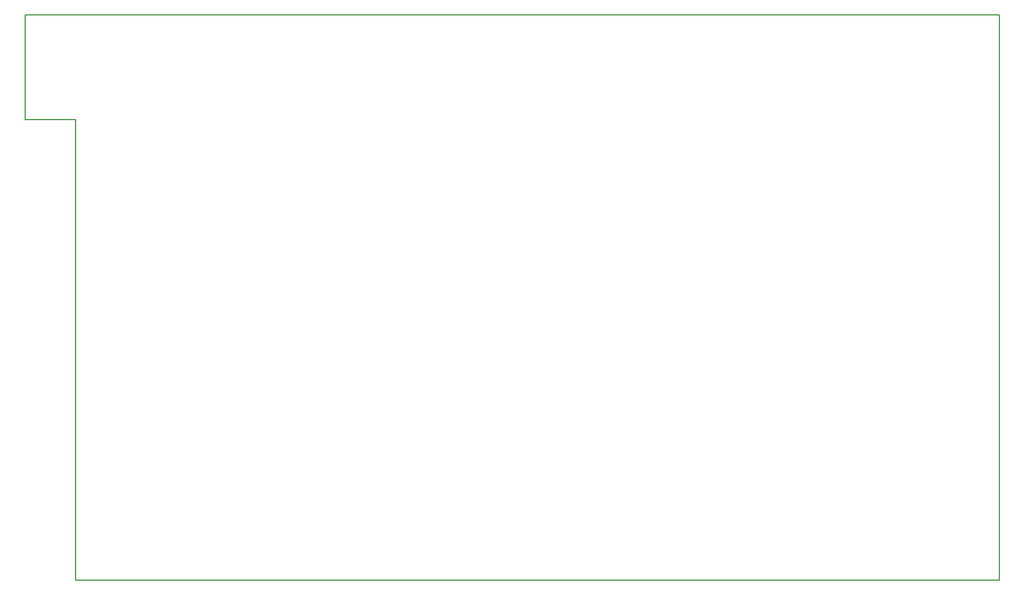
<source format=gko>
G04*
G04 #@! TF.GenerationSoftware,Altium Limited,Altium Designer,21.9.1 (22)*
G04*
G04 Layer_Color=16711935*
%FSLAX44Y44*%
%MOMM*%
G71*
G04*
G04 #@! TF.SameCoordinates,E6CF621C-C939-4E50-91FD-6E13A024CA84*
G04*
G04*
G04 #@! TF.FilePolarity,Positive*
G04*
G01*
G75*
%ADD12C,0.2000*%
D12*
X75000Y-836500D02*
Y-155000D01*
X0D02*
X75000D01*
X0D02*
Y0D01*
X1440000D01*
X1440000Y-836500D01*
X75000Y-836500D02*
X1440000Y-836500D01*
M02*

</source>
